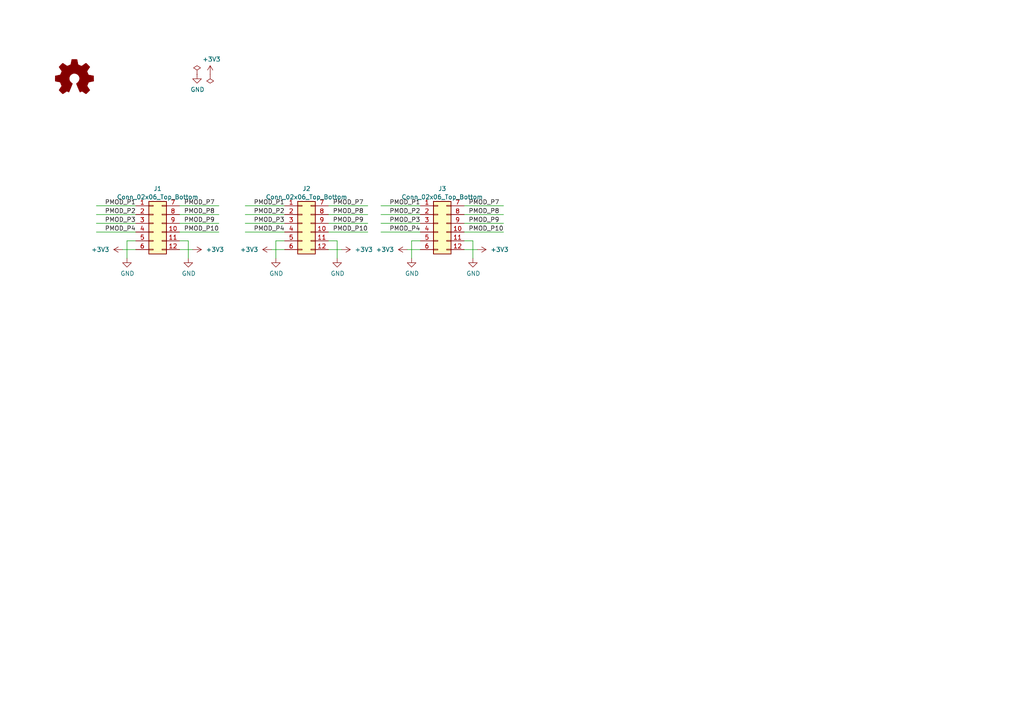
<source format=kicad_sch>
(kicad_sch (version 20230121) (generator eeschema)

  (uuid e63e39d7-6ac0-4ffd-8aa3-1841a4541b55)

  (paper "A4")

  (title_block
    (title "Pmod Matrix LED module")
    (date "2023-03-12")
    (rev "Rev.B")
    (company "Kenta IDA")
  )

  (lib_symbols
    (symbol "Connector_Generic:Conn_02x06_Top_Bottom" (pin_names (offset 1.016) hide) (in_bom yes) (on_board yes)
      (property "Reference" "J" (at 1.27 7.62 0)
        (effects (font (size 1.27 1.27)))
      )
      (property "Value" "Conn_02x06_Top_Bottom" (at 1.27 -10.16 0)
        (effects (font (size 1.27 1.27)))
      )
      (property "Footprint" "" (at 0 0 0)
        (effects (font (size 1.27 1.27)) hide)
      )
      (property "Datasheet" "~" (at 0 0 0)
        (effects (font (size 1.27 1.27)) hide)
      )
      (property "ki_keywords" "connector" (at 0 0 0)
        (effects (font (size 1.27 1.27)) hide)
      )
      (property "ki_description" "Generic connector, double row, 02x06, top/bottom pin numbering scheme (row 1: 1...pins_per_row, row2: pins_per_row+1 ... num_pins), script generated (kicad-library-utils/schlib/autogen/connector/)" (at 0 0 0)
        (effects (font (size 1.27 1.27)) hide)
      )
      (property "ki_fp_filters" "Connector*:*_2x??_*" (at 0 0 0)
        (effects (font (size 1.27 1.27)) hide)
      )
      (symbol "Conn_02x06_Top_Bottom_1_1"
        (rectangle (start -1.27 -7.493) (end 0 -7.747)
          (stroke (width 0.1524) (type default))
          (fill (type none))
        )
        (rectangle (start -1.27 -4.953) (end 0 -5.207)
          (stroke (width 0.1524) (type default))
          (fill (type none))
        )
        (rectangle (start -1.27 -2.413) (end 0 -2.667)
          (stroke (width 0.1524) (type default))
          (fill (type none))
        )
        (rectangle (start -1.27 0.127) (end 0 -0.127)
          (stroke (width 0.1524) (type default))
          (fill (type none))
        )
        (rectangle (start -1.27 2.667) (end 0 2.413)
          (stroke (width 0.1524) (type default))
          (fill (type none))
        )
        (rectangle (start -1.27 5.207) (end 0 4.953)
          (stroke (width 0.1524) (type default))
          (fill (type none))
        )
        (rectangle (start -1.27 6.35) (end 3.81 -8.89)
          (stroke (width 0.254) (type default))
          (fill (type background))
        )
        (rectangle (start 3.81 -7.493) (end 2.54 -7.747)
          (stroke (width 0.1524) (type default))
          (fill (type none))
        )
        (rectangle (start 3.81 -4.953) (end 2.54 -5.207)
          (stroke (width 0.1524) (type default))
          (fill (type none))
        )
        (rectangle (start 3.81 -2.413) (end 2.54 -2.667)
          (stroke (width 0.1524) (type default))
          (fill (type none))
        )
        (rectangle (start 3.81 0.127) (end 2.54 -0.127)
          (stroke (width 0.1524) (type default))
          (fill (type none))
        )
        (rectangle (start 3.81 2.667) (end 2.54 2.413)
          (stroke (width 0.1524) (type default))
          (fill (type none))
        )
        (rectangle (start 3.81 5.207) (end 2.54 4.953)
          (stroke (width 0.1524) (type default))
          (fill (type none))
        )
        (pin passive line (at -5.08 5.08 0) (length 3.81)
          (name "Pin_1" (effects (font (size 1.27 1.27))))
          (number "1" (effects (font (size 1.27 1.27))))
        )
        (pin passive line (at 7.62 -2.54 180) (length 3.81)
          (name "Pin_10" (effects (font (size 1.27 1.27))))
          (number "10" (effects (font (size 1.27 1.27))))
        )
        (pin passive line (at 7.62 -5.08 180) (length 3.81)
          (name "Pin_11" (effects (font (size 1.27 1.27))))
          (number "11" (effects (font (size 1.27 1.27))))
        )
        (pin passive line (at 7.62 -7.62 180) (length 3.81)
          (name "Pin_12" (effects (font (size 1.27 1.27))))
          (number "12" (effects (font (size 1.27 1.27))))
        )
        (pin passive line (at -5.08 2.54 0) (length 3.81)
          (name "Pin_2" (effects (font (size 1.27 1.27))))
          (number "2" (effects (font (size 1.27 1.27))))
        )
        (pin passive line (at -5.08 0 0) (length 3.81)
          (name "Pin_3" (effects (font (size 1.27 1.27))))
          (number "3" (effects (font (size 1.27 1.27))))
        )
        (pin passive line (at -5.08 -2.54 0) (length 3.81)
          (name "Pin_4" (effects (font (size 1.27 1.27))))
          (number "4" (effects (font (size 1.27 1.27))))
        )
        (pin passive line (at -5.08 -5.08 0) (length 3.81)
          (name "Pin_5" (effects (font (size 1.27 1.27))))
          (number "5" (effects (font (size 1.27 1.27))))
        )
        (pin passive line (at -5.08 -7.62 0) (length 3.81)
          (name "Pin_6" (effects (font (size 1.27 1.27))))
          (number "6" (effects (font (size 1.27 1.27))))
        )
        (pin passive line (at 7.62 5.08 180) (length 3.81)
          (name "Pin_7" (effects (font (size 1.27 1.27))))
          (number "7" (effects (font (size 1.27 1.27))))
        )
        (pin passive line (at 7.62 2.54 180) (length 3.81)
          (name "Pin_8" (effects (font (size 1.27 1.27))))
          (number "8" (effects (font (size 1.27 1.27))))
        )
        (pin passive line (at 7.62 0 180) (length 3.81)
          (name "Pin_9" (effects (font (size 1.27 1.27))))
          (number "9" (effects (font (size 1.27 1.27))))
        )
      )
    )
    (symbol "Graphic:Logo_Open_Hardware_Small" (pin_names (offset 1.016)) (in_bom yes) (on_board yes)
      (property "Reference" "#LOGO" (at 0 6.985 0)
        (effects (font (size 1.27 1.27)) hide)
      )
      (property "Value" "Logo_Open_Hardware_Small" (at 0 -5.715 0)
        (effects (font (size 1.27 1.27)) hide)
      )
      (property "Footprint" "" (at 0 0 0)
        (effects (font (size 1.27 1.27)) hide)
      )
      (property "Datasheet" "~" (at 0 0 0)
        (effects (font (size 1.27 1.27)) hide)
      )
      (property "ki_keywords" "Logo" (at 0 0 0)
        (effects (font (size 1.27 1.27)) hide)
      )
      (property "ki_description" "Open Hardware logo, small" (at 0 0 0)
        (effects (font (size 1.27 1.27)) hide)
      )
      (symbol "Logo_Open_Hardware_Small_0_1"
        (polyline
          (pts
            (xy 3.3528 -4.3434)
            (xy 3.302 -4.318)
            (xy 3.175 -4.2418)
            (xy 2.9972 -4.1148)
            (xy 2.7686 -3.9624)
            (xy 2.54 -3.81)
            (xy 2.3622 -3.7084)
            (xy 2.2352 -3.6068)
            (xy 2.1844 -3.5814)
            (xy 2.159 -3.6068)
            (xy 2.0574 -3.6576)
            (xy 1.905 -3.7338)
            (xy 1.8034 -3.7846)
            (xy 1.6764 -3.8354)
            (xy 1.6002 -3.8354)
            (xy 1.6002 -3.8354)
            (xy 1.5494 -3.7338)
            (xy 1.4732 -3.5306)
            (xy 1.3462 -3.302)
            (xy 1.2446 -3.0226)
            (xy 1.1176 -2.7178)
            (xy 0.9652 -2.413)
            (xy 0.8636 -2.1082)
            (xy 0.7366 -1.8288)
            (xy 0.6604 -1.6256)
            (xy 0.6096 -1.4732)
            (xy 0.5842 -1.397)
            (xy 0.5842 -1.397)
            (xy 0.6604 -1.3208)
            (xy 0.7874 -1.2446)
            (xy 1.0414 -1.016)
            (xy 1.2954 -0.6858)
            (xy 1.4478 -0.3302)
            (xy 1.524 0.0762)
            (xy 1.4732 0.4572)
            (xy 1.3208 0.8128)
            (xy 1.0668 1.143)
            (xy 0.762 1.3716)
            (xy 0.4064 1.524)
            (xy 0 1.5748)
            (xy -0.381 1.5494)
            (xy -0.7366 1.397)
            (xy -1.0668 1.143)
            (xy -1.2192 0.9906)
            (xy -1.397 0.6604)
            (xy -1.524 0.3048)
            (xy -1.524 0.2286)
            (xy -1.4986 -0.1778)
            (xy -1.397 -0.5334)
            (xy -1.1938 -0.8636)
            (xy -0.9144 -1.143)
            (xy -0.8636 -1.1684)
            (xy -0.7366 -1.27)
            (xy -0.635 -1.3462)
            (xy -0.5842 -1.397)
            (xy -1.0668 -2.5908)
            (xy -1.143 -2.794)
            (xy -1.2954 -3.1242)
            (xy -1.397 -3.4036)
            (xy -1.4986 -3.6322)
            (xy -1.5748 -3.7846)
            (xy -1.6002 -3.8354)
            (xy -1.6002 -3.8354)
            (xy -1.651 -3.8354)
            (xy -1.7272 -3.81)
            (xy -1.905 -3.7338)
            (xy -2.0066 -3.683)
            (xy -2.1336 -3.6068)
            (xy -2.2098 -3.5814)
            (xy -2.2606 -3.6068)
            (xy -2.3622 -3.683)
            (xy -2.54 -3.81)
            (xy -2.7686 -3.9624)
            (xy -2.9718 -4.0894)
            (xy -3.1496 -4.2164)
            (xy -3.302 -4.318)
            (xy -3.3528 -4.3434)
            (xy -3.3782 -4.3434)
            (xy -3.429 -4.318)
            (xy -3.5306 -4.2164)
            (xy -3.7084 -4.064)
            (xy -3.937 -3.8354)
            (xy -3.9624 -3.81)
            (xy -4.1656 -3.6068)
            (xy -4.318 -3.4544)
            (xy -4.4196 -3.3274)
            (xy -4.445 -3.2766)
            (xy -4.445 -3.2766)
            (xy -4.4196 -3.2258)
            (xy -4.318 -3.0734)
            (xy -4.2164 -2.8956)
            (xy -4.064 -2.667)
            (xy -3.6576 -2.0828)
            (xy -3.8862 -1.5494)
            (xy -3.937 -1.3716)
            (xy -4.0386 -1.1684)
            (xy -4.0894 -1.0414)
            (xy -4.1148 -0.9652)
            (xy -4.191 -0.9398)
            (xy -4.318 -0.9144)
            (xy -4.5466 -0.8636)
            (xy -4.8006 -0.8128)
            (xy -5.0546 -0.7874)
            (xy -5.2578 -0.7366)
            (xy -5.4356 -0.7112)
            (xy -5.5118 -0.6858)
            (xy -5.5118 -0.6858)
            (xy -5.5372 -0.635)
            (xy -5.5372 -0.5588)
            (xy -5.5372 -0.4318)
            (xy -5.5626 -0.2286)
            (xy -5.5626 0.0762)
            (xy -5.5626 0.127)
            (xy -5.5372 0.4064)
            (xy -5.5372 0.635)
            (xy -5.5372 0.762)
            (xy -5.5372 0.8382)
            (xy -5.5372 0.8382)
            (xy -5.461 0.8382)
            (xy -5.3086 0.889)
            (xy -5.08 0.9144)
            (xy -4.826 0.9652)
            (xy -4.8006 0.9906)
            (xy -4.5466 1.0414)
            (xy -4.318 1.0668)
            (xy -4.1656 1.1176)
            (xy -4.0894 1.143)
            (xy -4.0894 1.143)
            (xy -4.0386 1.2446)
            (xy -3.9624 1.4224)
            (xy -3.8608 1.6256)
            (xy -3.7846 1.8288)
            (xy -3.7084 2.0066)
            (xy -3.6576 2.159)
            (xy -3.6322 2.2098)
            (xy -3.6322 2.2098)
            (xy -3.683 2.286)
            (xy -3.7592 2.413)
            (xy -3.8862 2.5908)
            (xy -4.064 2.8194)
            (xy -4.064 2.8448)
            (xy -4.2164 3.0734)
            (xy -4.3434 3.2512)
            (xy -4.4196 3.3782)
            (xy -4.445 3.4544)
            (xy -4.445 3.4544)
            (xy -4.3942 3.5052)
            (xy -4.2926 3.6322)
            (xy -4.1148 3.81)
            (xy -3.937 4.0132)
            (xy -3.8608 4.064)
            (xy -3.6576 4.2926)
            (xy -3.5052 4.4196)
            (xy -3.4036 4.4958)
            (xy -3.3528 4.5212)
            (xy -3.3528 4.5212)
            (xy -3.302 4.4704)
            (xy -3.1496 4.3688)
            (xy -2.9718 4.2418)
            (xy -2.7432 4.0894)
            (xy -2.7178 4.0894)
            (xy -2.4892 3.937)
            (xy -2.3114 3.81)
            (xy -2.1844 3.7084)
            (xy -2.1336 3.683)
            (xy -2.1082 3.683)
            (xy -2.032 3.7084)
            (xy -1.8542 3.7592)
            (xy -1.6764 3.8354)
            (xy -1.4732 3.937)
            (xy -1.27 4.0132)
            (xy -1.143 4.064)
            (xy -1.0668 4.1148)
            (xy -1.0668 4.1148)
            (xy -1.0414 4.191)
            (xy -1.016 4.3434)
            (xy -0.9652 4.572)
            (xy -0.9144 4.8514)
            (xy -0.889 4.9022)
            (xy -0.8382 5.1562)
            (xy -0.8128 5.3848)
            (xy -0.7874 5.5372)
            (xy -0.762 5.588)
            (xy -0.7112 5.6134)
            (xy -0.5842 5.6134)
            (xy -0.4064 5.6134)
            (xy -0.1524 5.6134)
            (xy 0.0762 5.6134)
            (xy 0.3302 5.6134)
            (xy 0.5334 5.6134)
            (xy 0.6858 5.588)
            (xy 0.7366 5.588)
            (xy 0.7366 5.588)
            (xy 0.762 5.5118)
            (xy 0.8128 5.334)
            (xy 0.8382 5.1054)
            (xy 0.9144 4.826)
            (xy 0.9144 4.7752)
            (xy 0.9652 4.5212)
            (xy 1.016 4.2926)
            (xy 1.0414 4.1402)
            (xy 1.0668 4.0894)
            (xy 1.0668 4.0894)
            (xy 1.1938 4.0386)
            (xy 1.3716 3.9624)
            (xy 1.5748 3.8608)
            (xy 2.0828 3.6576)
            (xy 2.7178 4.0894)
            (xy 2.7686 4.1402)
            (xy 2.9972 4.2926)
            (xy 3.175 4.4196)
            (xy 3.302 4.4958)
            (xy 3.3782 4.5212)
            (xy 3.3782 4.5212)
            (xy 3.429 4.4704)
            (xy 3.556 4.3434)
            (xy 3.7338 4.191)
            (xy 3.9116 3.9878)
            (xy 4.064 3.8354)
            (xy 4.2418 3.6576)
            (xy 4.3434 3.556)
            (xy 4.4196 3.4798)
            (xy 4.4196 3.429)
            (xy 4.4196 3.4036)
            (xy 4.3942 3.3274)
            (xy 4.2926 3.2004)
            (xy 4.1656 2.9972)
            (xy 4.0132 2.794)
            (xy 3.8862 2.5908)
            (xy 3.7592 2.3876)
            (xy 3.6576 2.2352)
            (xy 3.6322 2.159)
            (xy 3.6322 2.1336)
            (xy 3.683 2.0066)
            (xy 3.7592 1.8288)
            (xy 3.8608 1.6002)
            (xy 4.064 1.1176)
            (xy 4.3942 1.0414)
            (xy 4.5974 1.016)
            (xy 4.8768 0.9652)
            (xy 5.1308 0.9144)
            (xy 5.5372 0.8382)
            (xy 5.5626 -0.6604)
            (xy 5.4864 -0.6858)
            (xy 5.4356 -0.6858)
            (xy 5.2832 -0.7366)
            (xy 5.0546 -0.762)
            (xy 4.8006 -0.8128)
            (xy 4.5974 -0.8636)
            (xy 4.3688 -0.9144)
            (xy 4.2164 -0.9398)
            (xy 4.1402 -0.9398)
            (xy 4.1148 -0.9652)
            (xy 4.064 -1.0668)
            (xy 3.9878 -1.2446)
            (xy 3.9116 -1.4478)
            (xy 3.81 -1.651)
            (xy 3.7338 -1.8542)
            (xy 3.683 -2.0066)
            (xy 3.6576 -2.0828)
            (xy 3.683 -2.1336)
            (xy 3.7846 -2.2606)
            (xy 3.8862 -2.4638)
            (xy 4.0386 -2.667)
            (xy 4.191 -2.8956)
            (xy 4.318 -3.0734)
            (xy 4.3942 -3.2004)
            (xy 4.445 -3.2766)
            (xy 4.4196 -3.3274)
            (xy 4.3434 -3.429)
            (xy 4.1656 -3.5814)
            (xy 3.937 -3.8354)
            (xy 3.8862 -3.8608)
            (xy 3.683 -4.064)
            (xy 3.5306 -4.2164)
            (xy 3.4036 -4.318)
            (xy 3.3528 -4.3434)
          )
          (stroke (width 0) (type default))
          (fill (type outline))
        )
      )
    )
    (symbol "power:+3V3" (power) (pin_names (offset 0)) (in_bom yes) (on_board yes)
      (property "Reference" "#PWR" (at 0 -3.81 0)
        (effects (font (size 1.27 1.27)) hide)
      )
      (property "Value" "+3V3" (at 0 3.556 0)
        (effects (font (size 1.27 1.27)))
      )
      (property "Footprint" "" (at 0 0 0)
        (effects (font (size 1.27 1.27)) hide)
      )
      (property "Datasheet" "" (at 0 0 0)
        (effects (font (size 1.27 1.27)) hide)
      )
      (property "ki_keywords" "power-flag" (at 0 0 0)
        (effects (font (size 1.27 1.27)) hide)
      )
      (property "ki_description" "Power symbol creates a global label with name \"+3V3\"" (at 0 0 0)
        (effects (font (size 1.27 1.27)) hide)
      )
      (symbol "+3V3_0_1"
        (polyline
          (pts
            (xy -0.762 1.27)
            (xy 0 2.54)
          )
          (stroke (width 0) (type default))
          (fill (type none))
        )
        (polyline
          (pts
            (xy 0 0)
            (xy 0 2.54)
          )
          (stroke (width 0) (type default))
          (fill (type none))
        )
        (polyline
          (pts
            (xy 0 2.54)
            (xy 0.762 1.27)
          )
          (stroke (width 0) (type default))
          (fill (type none))
        )
      )
      (symbol "+3V3_1_1"
        (pin power_in line (at 0 0 90) (length 0) hide
          (name "+3V3" (effects (font (size 1.27 1.27))))
          (number "1" (effects (font (size 1.27 1.27))))
        )
      )
    )
    (symbol "power:GND" (power) (pin_names (offset 0)) (in_bom yes) (on_board yes)
      (property "Reference" "#PWR" (at 0 -6.35 0)
        (effects (font (size 1.27 1.27)) hide)
      )
      (property "Value" "GND" (at 0 -3.81 0)
        (effects (font (size 1.27 1.27)))
      )
      (property "Footprint" "" (at 0 0 0)
        (effects (font (size 1.27 1.27)) hide)
      )
      (property "Datasheet" "" (at 0 0 0)
        (effects (font (size 1.27 1.27)) hide)
      )
      (property "ki_keywords" "power-flag" (at 0 0 0)
        (effects (font (size 1.27 1.27)) hide)
      )
      (property "ki_description" "Power symbol creates a global label with name \"GND\" , ground" (at 0 0 0)
        (effects (font (size 1.27 1.27)) hide)
      )
      (symbol "GND_0_1"
        (polyline
          (pts
            (xy 0 0)
            (xy 0 -1.27)
            (xy 1.27 -1.27)
            (xy 0 -2.54)
            (xy -1.27 -1.27)
            (xy 0 -1.27)
          )
          (stroke (width 0) (type default))
          (fill (type none))
        )
      )
      (symbol "GND_1_1"
        (pin power_in line (at 0 0 270) (length 0) hide
          (name "GND" (effects (font (size 1.27 1.27))))
          (number "1" (effects (font (size 1.27 1.27))))
        )
      )
    )
    (symbol "power:PWR_FLAG" (power) (pin_numbers hide) (pin_names (offset 0) hide) (in_bom yes) (on_board yes)
      (property "Reference" "#FLG" (at 0 1.905 0)
        (effects (font (size 1.27 1.27)) hide)
      )
      (property "Value" "PWR_FLAG" (at 0 3.81 0)
        (effects (font (size 1.27 1.27)))
      )
      (property "Footprint" "" (at 0 0 0)
        (effects (font (size 1.27 1.27)) hide)
      )
      (property "Datasheet" "~" (at 0 0 0)
        (effects (font (size 1.27 1.27)) hide)
      )
      (property "ki_keywords" "power-flag" (at 0 0 0)
        (effects (font (size 1.27 1.27)) hide)
      )
      (property "ki_description" "Special symbol for telling ERC where power comes from" (at 0 0 0)
        (effects (font (size 1.27 1.27)) hide)
      )
      (symbol "PWR_FLAG_0_0"
        (pin power_out line (at 0 0 90) (length 0)
          (name "pwr" (effects (font (size 1.27 1.27))))
          (number "1" (effects (font (size 1.27 1.27))))
        )
      )
      (symbol "PWR_FLAG_0_1"
        (polyline
          (pts
            (xy 0 0)
            (xy 0 1.27)
            (xy -1.016 1.905)
            (xy 0 2.54)
            (xy 1.016 1.905)
            (xy 0 1.27)
          )
          (stroke (width 0) (type default))
          (fill (type none))
        )
      )
    )
  )



  (wire (pts (xy 52.07 72.39) (xy 55.88 72.39))
    (stroke (width 0) (type default))
    (uuid 02913d7e-917e-4e50-be77-fbbc59f63e4b)
  )
  (wire (pts (xy 54.61 74.93) (xy 54.61 69.85))
    (stroke (width 0) (type default))
    (uuid 0409d596-3e11-4e17-bf94-0ad6d11cf33f)
  )
  (wire (pts (xy 35.56 72.39) (xy 39.37 72.39))
    (stroke (width 0) (type default))
    (uuid 09b9ec06-9c48-45cc-971a-a5cf7e9c4e01)
  )
  (wire (pts (xy 39.37 69.85) (xy 36.83 69.85))
    (stroke (width 0) (type default))
    (uuid 09f28111-562f-4a25-8f68-4ee854a84d73)
  )
  (wire (pts (xy 95.25 72.39) (xy 99.06 72.39))
    (stroke (width 0) (type default))
    (uuid 15091331-b5e3-4645-934b-500c1d21643d)
  )
  (wire (pts (xy 95.25 64.77) (xy 106.68 64.77))
    (stroke (width 0) (type default))
    (uuid 15b17f8c-d109-40be-a89e-924197401f27)
  )
  (wire (pts (xy 71.12 62.23) (xy 82.55 62.23))
    (stroke (width 0) (type default))
    (uuid 20d8f8a2-b02d-4e82-8f8a-5249f8f239f4)
  )
  (wire (pts (xy 110.49 59.69) (xy 121.92 59.69))
    (stroke (width 0) (type default))
    (uuid 22fb1628-c468-4d1b-bd90-caf641e88cdf)
  )
  (wire (pts (xy 110.49 67.31) (xy 121.92 67.31))
    (stroke (width 0) (type default))
    (uuid 240a8da8-0a4b-4e2d-a9e5-b29877a6ae2c)
  )
  (wire (pts (xy 110.49 62.23) (xy 121.92 62.23))
    (stroke (width 0) (type default))
    (uuid 27bc7122-fc22-43fd-b6e7-50bfbd4f972d)
  )
  (wire (pts (xy 27.94 64.77) (xy 39.37 64.77))
    (stroke (width 0) (type default))
    (uuid 30d119eb-7b9d-4143-870e-38cb91d258e8)
  )
  (wire (pts (xy 52.07 62.23) (xy 63.5 62.23))
    (stroke (width 0) (type default))
    (uuid 30e67d25-7e43-4728-b696-4fa786bd7554)
  )
  (wire (pts (xy 134.62 62.23) (xy 146.05 62.23))
    (stroke (width 0) (type default))
    (uuid 31e33386-961f-40ad-bd6f-cb21dd544d4c)
  )
  (wire (pts (xy 78.74 72.39) (xy 82.55 72.39))
    (stroke (width 0) (type default))
    (uuid 335fd13d-53c5-4b75-8fb7-62ee28577b0b)
  )
  (wire (pts (xy 52.07 59.69) (xy 63.5 59.69))
    (stroke (width 0) (type default))
    (uuid 3abb3f0a-cb8c-4513-8203-889299c787e0)
  )
  (wire (pts (xy 36.83 69.85) (xy 36.83 74.93))
    (stroke (width 0) (type default))
    (uuid 3e9e4983-8e90-4ecb-9cb6-18aaef3c10ef)
  )
  (wire (pts (xy 134.62 64.77) (xy 146.05 64.77))
    (stroke (width 0) (type default))
    (uuid 422b5b20-42e8-4a38-be03-8fe32cac0d8c)
  )
  (wire (pts (xy 134.62 72.39) (xy 138.43 72.39))
    (stroke (width 0) (type default))
    (uuid 49dedfaf-7a00-4729-80ac-d650b16805c9)
  )
  (wire (pts (xy 110.49 64.77) (xy 121.92 64.77))
    (stroke (width 0) (type default))
    (uuid 5bec2b9d-bdad-475b-831e-b02942819f61)
  )
  (wire (pts (xy 52.07 64.77) (xy 63.5 64.77))
    (stroke (width 0) (type default))
    (uuid 5f1f15f3-d59f-4a40-8fe3-a860278a85d7)
  )
  (wire (pts (xy 82.55 69.85) (xy 80.01 69.85))
    (stroke (width 0) (type default))
    (uuid 6705a62e-f8f7-48c8-975f-b79cad6bf54b)
  )
  (wire (pts (xy 71.12 64.77) (xy 82.55 64.77))
    (stroke (width 0) (type default))
    (uuid 6aae5784-35da-4056-a0af-083f39d89e7e)
  )
  (wire (pts (xy 71.12 67.31) (xy 82.55 67.31))
    (stroke (width 0) (type default))
    (uuid 6bbb6901-345f-43b5-bc35-9d2585710ade)
  )
  (wire (pts (xy 97.79 69.85) (xy 95.25 69.85))
    (stroke (width 0) (type default))
    (uuid 828cfa70-65d8-4902-98de-c434805c066d)
  )
  (wire (pts (xy 97.79 74.93) (xy 97.79 69.85))
    (stroke (width 0) (type default))
    (uuid 85d1a962-4f6b-42cd-96b9-a14507380dc3)
  )
  (wire (pts (xy 137.16 69.85) (xy 134.62 69.85))
    (stroke (width 0) (type default))
    (uuid 95c6fd0c-3c1f-40f7-9b9a-9a0d0bb1355c)
  )
  (wire (pts (xy 52.07 67.31) (xy 63.5 67.31))
    (stroke (width 0) (type default))
    (uuid a3be80e6-7769-4e28-9e61-f060b5a10177)
  )
  (wire (pts (xy 134.62 59.69) (xy 146.05 59.69))
    (stroke (width 0) (type default))
    (uuid ad4bb23a-88f8-4a67-9fe8-a784403ddb0f)
  )
  (wire (pts (xy 27.94 67.31) (xy 39.37 67.31))
    (stroke (width 0) (type default))
    (uuid b37e206c-e75d-49c0-8e0f-294ee3856e95)
  )
  (wire (pts (xy 27.94 59.69) (xy 39.37 59.69))
    (stroke (width 0) (type default))
    (uuid b7727ee1-5b75-4526-9d83-b3ba0fc67e53)
  )
  (wire (pts (xy 71.12 59.69) (xy 82.55 59.69))
    (stroke (width 0) (type default))
    (uuid c8b7c35d-d855-4c9f-b1b0-465802c08af2)
  )
  (wire (pts (xy 118.11 72.39) (xy 121.92 72.39))
    (stroke (width 0) (type default))
    (uuid cfc25b16-e5a0-45b7-9105-8daf0ed2b6d2)
  )
  (wire (pts (xy 80.01 69.85) (xy 80.01 74.93))
    (stroke (width 0) (type default))
    (uuid dfa83844-25cd-4aa9-93ae-deade531f914)
  )
  (wire (pts (xy 119.38 69.85) (xy 119.38 74.93))
    (stroke (width 0) (type default))
    (uuid e0b887b1-583f-4977-a1ba-90bf58587cd7)
  )
  (wire (pts (xy 95.25 67.31) (xy 106.68 67.31))
    (stroke (width 0) (type default))
    (uuid e104225c-fab0-4fd3-9cb1-1e8a919ab856)
  )
  (wire (pts (xy 134.62 67.31) (xy 146.05 67.31))
    (stroke (width 0) (type default))
    (uuid e16f2bdd-97bc-4b38-9297-74fc1140df83)
  )
  (wire (pts (xy 95.25 59.69) (xy 106.68 59.69))
    (stroke (width 0) (type default))
    (uuid e8f7eaea-49a8-4520-878a-d767331045ac)
  )
  (wire (pts (xy 121.92 69.85) (xy 119.38 69.85))
    (stroke (width 0) (type default))
    (uuid ee07afb2-20fd-44bf-88c2-88c85c65b7ac)
  )
  (wire (pts (xy 54.61 69.85) (xy 52.07 69.85))
    (stroke (width 0) (type default))
    (uuid ee2b9d25-1f66-4964-9319-777d656765ba)
  )
  (wire (pts (xy 95.25 62.23) (xy 106.68 62.23))
    (stroke (width 0) (type default))
    (uuid f4ae711b-dee7-48d2-82e4-58c1daad1602)
  )
  (wire (pts (xy 27.94 62.23) (xy 39.37 62.23))
    (stroke (width 0) (type default))
    (uuid fb345ed2-205d-473a-9b12-9bbe32407113)
  )
  (wire (pts (xy 137.16 74.93) (xy 137.16 69.85))
    (stroke (width 0) (type default))
    (uuid fbc3d501-6199-4ae2-9adb-92d0c44988bb)
  )

  (label "PMOD_P3" (at 82.55 64.77 180) (fields_autoplaced)
    (effects (font (size 1.27 1.27)) (justify right bottom))
    (uuid 0b25febf-ffad-48e1-9e08-590a39f8a2fc)
  )
  (label "PMOD_P10" (at 96.52 67.31 0) (fields_autoplaced)
    (effects (font (size 1.27 1.27)) (justify left bottom))
    (uuid 0f07fcbf-7993-46ea-b1ce-350ab4773652)
  )
  (label "PMOD_P1" (at 39.37 59.69 180) (fields_autoplaced)
    (effects (font (size 1.27 1.27)) (justify right bottom))
    (uuid 0fb4bb47-d1ce-4091-a2f4-f6c1f2eb3f24)
  )
  (label "PMOD_P7" (at 53.34 59.69 0) (fields_autoplaced)
    (effects (font (size 1.27 1.27)) (justify left bottom))
    (uuid 1834813c-f71f-45c8-aa6f-2297fc4a5684)
  )
  (label "PMOD_P4" (at 39.37 67.31 180) (fields_autoplaced)
    (effects (font (size 1.27 1.27)) (justify right bottom))
    (uuid 1f62dfb7-1f5c-4fe6-8174-a3fe0c7dc95d)
  )
  (label "PMOD_P3" (at 121.92 64.77 180) (fields_autoplaced)
    (effects (font (size 1.27 1.27)) (justify right bottom))
    (uuid 3a7fa970-f939-4af8-aa35-d4630eaf8d08)
  )
  (label "PMOD_P9" (at 53.34 64.77 0) (fields_autoplaced)
    (effects (font (size 1.27 1.27)) (justify left bottom))
    (uuid 3aabefd4-bc4b-4522-a2c6-3028cf6c173d)
  )
  (label "PMOD_P9" (at 96.52 64.77 0) (fields_autoplaced)
    (effects (font (size 1.27 1.27)) (justify left bottom))
    (uuid 3ad76022-7d2c-456c-b2ae-dd9e3ae68e2b)
  )
  (label "PMOD_P2" (at 121.92 62.23 180) (fields_autoplaced)
    (effects (font (size 1.27 1.27)) (justify right bottom))
    (uuid 4145b1ec-0faa-4e94-8377-026ba3d6edca)
  )
  (label "PMOD_P1" (at 121.92 59.69 180) (fields_autoplaced)
    (effects (font (size 1.27 1.27)) (justify right bottom))
    (uuid 513696e0-9210-4abc-a79f-025bd1c683cf)
  )
  (label "PMOD_P10" (at 135.89 67.31 0) (fields_autoplaced)
    (effects (font (size 1.27 1.27)) (justify left bottom))
    (uuid 6721b720-5e45-4b92-bb78-e1fa664bb57d)
  )
  (label "PMOD_P2" (at 39.37 62.23 180) (fields_autoplaced)
    (effects (font (size 1.27 1.27)) (justify right bottom))
    (uuid 6f890a1c-d4fb-4db7-b571-4e98c9ba8002)
  )
  (label "PMOD_P9" (at 135.89 64.77 0) (fields_autoplaced)
    (effects (font (size 1.27 1.27)) (justify left bottom))
    (uuid 75f65375-5252-4351-a756-7f989eab6ac3)
  )
  (label "PMOD_P3" (at 39.37 64.77 180) (fields_autoplaced)
    (effects (font (size 1.27 1.27)) (justify right bottom))
    (uuid 8a5978e7-e0ed-4bc3-8dcb-8a2702fd2a6a)
  )
  (label "PMOD_P4" (at 121.92 67.31 180) (fields_autoplaced)
    (effects (font (size 1.27 1.27)) (justify right bottom))
    (uuid a1c8a76d-1995-4210-b18b-fb5dc0064712)
  )
  (label "PMOD_P7" (at 96.52 59.69 0) (fields_autoplaced)
    (effects (font (size 1.27 1.27)) (justify left bottom))
    (uuid a3a3130c-1c5c-4403-9ab1-91ce005f656c)
  )
  (label "PMOD_P8" (at 135.89 62.23 0) (fields_autoplaced)
    (effects (font (size 1.27 1.27)) (justify left bottom))
    (uuid b9d3a681-ec94-4393-8c25-b727013b1a4b)
  )
  (label "PMOD_P1" (at 82.55 59.69 180) (fields_autoplaced)
    (effects (font (size 1.27 1.27)) (justify right bottom))
    (uuid bc34b51f-903a-45ae-8a55-d7342454b7fb)
  )
  (label "PMOD_P8" (at 96.52 62.23 0) (fields_autoplaced)
    (effects (font (size 1.27 1.27)) (justify left bottom))
    (uuid bc96b726-682e-4b65-84e7-c48cf211454d)
  )
  (label "PMOD_P10" (at 53.34 67.31 0) (fields_autoplaced)
    (effects (font (size 1.27 1.27)) (justify left bottom))
    (uuid bec68437-10bd-4d45-b59d-13df6709c2a6)
  )
  (label "PMOD_P8" (at 53.34 62.23 0) (fields_autoplaced)
    (effects (font (size 1.27 1.27)) (justify left bottom))
    (uuid cfaac833-135d-4158-98e1-0ee171adc7d6)
  )
  (label "PMOD_P7" (at 135.89 59.69 0) (fields_autoplaced)
    (effects (font (size 1.27 1.27)) (justify left bottom))
    (uuid d551f974-fead-4257-8202-f1e4d3e6e75d)
  )
  (label "PMOD_P2" (at 82.55 62.23 180) (fields_autoplaced)
    (effects (font (size 1.27 1.27)) (justify right bottom))
    (uuid deab4c07-acd0-46fe-9132-b9b2cfbdcf1a)
  )
  (label "PMOD_P4" (at 82.55 67.31 180) (fields_autoplaced)
    (effects (font (size 1.27 1.27)) (justify right bottom))
    (uuid eb84f120-bec2-42f8-abb5-d18a90f4d805)
  )

  (symbol (lib_id "power:PWR_FLAG") (at 57.15 21.59 0) (unit 1)
    (in_bom yes) (on_board yes) (dnp no)
    (uuid 00000000-0000-0000-0000-00005bd6d312)
    (property "Reference" "#FLG01" (at 57.15 19.685 0)
      (effects (font (size 1.27 1.27)) hide)
    )
    (property "Value" "PWR_FLAG" (at 57.15 17.1704 0)
      (effects (font (size 1.27 1.27)) hide)
    )
    (property "Footprint" "" (at 57.15 21.59 0)
      (effects (font (size 1.27 1.27)) hide)
    )
    (property "Datasheet" "~" (at 57.15 21.59 0)
      (effects (font (size 1.27 1.27)) hide)
    )
    (pin "1" (uuid ca8f82f2-88a8-426c-8f24-a25219306dd1))
    (instances
      (project "Pmod_Debug"
        (path "/e63e39d7-6ac0-4ffd-8aa3-1841a4541b55"
          (reference "#FLG01") (unit 1)
        )
      )
    )
  )

  (symbol (lib_id "power:GND") (at 57.15 21.59 0) (unit 1)
    (in_bom yes) (on_board yes) (dnp no)
    (uuid 00000000-0000-0000-0000-00005bd6d399)
    (property "Reference" "#PWR02" (at 57.15 27.94 0)
      (effects (font (size 1.27 1.27)) hide)
    )
    (property "Value" "GND" (at 57.277 25.9842 0)
      (effects (font (size 1.27 1.27)))
    )
    (property "Footprint" "" (at 57.15 21.59 0)
      (effects (font (size 1.27 1.27)) hide)
    )
    (property "Datasheet" "" (at 57.15 21.59 0)
      (effects (font (size 1.27 1.27)) hide)
    )
    (pin "1" (uuid ca4119e7-0ccd-4468-af69-690a2633ead6))
    (instances
      (project "Pmod_Debug"
        (path "/e63e39d7-6ac0-4ffd-8aa3-1841a4541b55"
          (reference "#PWR02") (unit 1)
        )
      )
    )
  )

  (symbol (lib_id "power:+3V3") (at 60.96 21.59 0) (unit 1)
    (in_bom yes) (on_board yes) (dnp no)
    (uuid 00000000-0000-0000-0000-00005ed7287d)
    (property "Reference" "#PWR03" (at 60.96 25.4 0)
      (effects (font (size 1.27 1.27)) hide)
    )
    (property "Value" "+3V3" (at 61.341 17.1958 0)
      (effects (font (size 1.27 1.27)))
    )
    (property "Footprint" "" (at 60.96 21.59 0)
      (effects (font (size 1.27 1.27)) hide)
    )
    (property "Datasheet" "" (at 60.96 21.59 0)
      (effects (font (size 1.27 1.27)) hide)
    )
    (pin "1" (uuid 7fc5bab0-7e23-48c7-8069-9d335e1f094f))
    (instances
      (project "Pmod_Debug"
        (path "/e63e39d7-6ac0-4ffd-8aa3-1841a4541b55"
          (reference "#PWR03") (unit 1)
        )
      )
    )
  )

  (symbol (lib_id "power:PWR_FLAG") (at 60.96 21.59 180) (unit 1)
    (in_bom yes) (on_board yes) (dnp no)
    (uuid 00000000-0000-0000-0000-00005ed729a8)
    (property "Reference" "#FLG02" (at 60.96 23.495 0)
      (effects (font (size 1.27 1.27)) hide)
    )
    (property "Value" "PWR_FLAG" (at 60.96 26.0096 0)
      (effects (font (size 1.27 1.27)) hide)
    )
    (property "Footprint" "" (at 60.96 21.59 0)
      (effects (font (size 1.27 1.27)) hide)
    )
    (property "Datasheet" "~" (at 60.96 21.59 0)
      (effects (font (size 1.27 1.27)) hide)
    )
    (pin "1" (uuid ad58f393-9ae7-4f86-afbb-9666afbf3eb9))
    (instances
      (project "Pmod_Debug"
        (path "/e63e39d7-6ac0-4ffd-8aa3-1841a4541b55"
          (reference "#FLG02") (unit 1)
        )
      )
    )
  )

  (symbol (lib_id "Graphic:Logo_Open_Hardware_Small") (at 21.59 22.86 0) (unit 1)
    (in_bom yes) (on_board yes) (dnp no)
    (uuid 00000000-0000-0000-0000-00005f9633da)
    (property "Reference" "LOGO1" (at 21.59 15.875 0)
      (effects (font (size 1.27 1.27)) hide)
    )
    (property "Value" "Logo_Open_Hardware_Small" (at 21.59 28.575 0)
      (effects (font (size 1.27 1.27)) hide)
    )
    (property "Footprint" "local:logo" (at 21.59 22.86 0)
      (effects (font (size 1.27 1.27)) hide)
    )
    (property "Datasheet" "~" (at 21.59 22.86 0)
      (effects (font (size 1.27 1.27)) hide)
    )
    (instances
      (project "Pmod_Debug"
        (path "/e63e39d7-6ac0-4ffd-8aa3-1841a4541b55"
          (reference "LOGO1") (unit 1)
        )
      )
    )
  )

  (symbol (lib_id "power:GND") (at 80.01 74.93 0) (unit 1)
    (in_bom yes) (on_board yes) (dnp no)
    (uuid 0a1cb5f3-a72c-4773-a599-3d77967ff7d8)
    (property "Reference" "#PWR06" (at 80.01 81.28 0)
      (effects (font (size 1.27 1.27)) hide)
    )
    (property "Value" "GND" (at 80.137 79.3242 0)
      (effects (font (size 1.27 1.27)))
    )
    (property "Footprint" "" (at 80.01 74.93 0)
      (effects (font (size 1.27 1.27)) hide)
    )
    (property "Datasheet" "" (at 80.01 74.93 0)
      (effects (font (size 1.27 1.27)) hide)
    )
    (pin "1" (uuid 3e3dbf7b-b883-4433-b466-6ab0913fa9fb))
    (instances
      (project "Pmod_Debug"
        (path "/e63e39d7-6ac0-4ffd-8aa3-1841a4541b55"
          (reference "#PWR06") (unit 1)
        )
      )
    )
  )

  (symbol (lib_id "power:+3V3") (at 99.06 72.39 270) (unit 1)
    (in_bom yes) (on_board yes) (dnp no)
    (uuid 17ded6c8-f814-4658-9e34-e35b7fa86bd9)
    (property "Reference" "#PWR010" (at 95.25 72.39 0)
      (effects (font (size 1.27 1.27)) hide)
    )
    (property "Value" "+3V3" (at 102.87 72.39 90)
      (effects (font (size 1.27 1.27)) (justify left))
    )
    (property "Footprint" "" (at 99.06 72.39 0)
      (effects (font (size 1.27 1.27)) hide)
    )
    (property "Datasheet" "" (at 99.06 72.39 0)
      (effects (font (size 1.27 1.27)) hide)
    )
    (pin "1" (uuid 103f8e95-b4dd-4452-a115-1a9ef7e6bc19))
    (instances
      (project "Pmod_Debug"
        (path "/e63e39d7-6ac0-4ffd-8aa3-1841a4541b55"
          (reference "#PWR010") (unit 1)
        )
      )
    )
  )

  (symbol (lib_id "power:+3V3") (at 35.56 72.39 90) (unit 1)
    (in_bom yes) (on_board yes) (dnp no)
    (uuid 2c6a01ee-1cc0-4f0a-8e9e-dfbcde667563)
    (property "Reference" "#PWR01" (at 39.37 72.39 0)
      (effects (font (size 1.27 1.27)) hide)
    )
    (property "Value" "+3V3" (at 31.75 72.39 90)
      (effects (font (size 1.27 1.27)) (justify left))
    )
    (property "Footprint" "" (at 35.56 72.39 0)
      (effects (font (size 1.27 1.27)) hide)
    )
    (property "Datasheet" "" (at 35.56 72.39 0)
      (effects (font (size 1.27 1.27)) hide)
    )
    (pin "1" (uuid f143de41-aee9-4bd9-9f75-fcff4ef36a3c))
    (instances
      (project "Pmod_Debug"
        (path "/e63e39d7-6ac0-4ffd-8aa3-1841a4541b55"
          (reference "#PWR01") (unit 1)
        )
      )
    )
  )

  (symbol (lib_id "power:+3V3") (at 118.11 72.39 90) (unit 1)
    (in_bom yes) (on_board yes) (dnp no)
    (uuid 45c74ea1-cf36-4908-93f0-2f68a79d1f16)
    (property "Reference" "#PWR011" (at 121.92 72.39 0)
      (effects (font (size 1.27 1.27)) hide)
    )
    (property "Value" "+3V3" (at 114.3 72.39 90)
      (effects (font (size 1.27 1.27)) (justify left))
    )
    (property "Footprint" "" (at 118.11 72.39 0)
      (effects (font (size 1.27 1.27)) hide)
    )
    (property "Datasheet" "" (at 118.11 72.39 0)
      (effects (font (size 1.27 1.27)) hide)
    )
    (pin "1" (uuid 4836e20c-b635-4e0f-8365-585f062fb2b5))
    (instances
      (project "Pmod_Debug"
        (path "/e63e39d7-6ac0-4ffd-8aa3-1841a4541b55"
          (reference "#PWR011") (unit 1)
        )
      )
    )
  )

  (symbol (lib_id "power:GND") (at 36.83 74.93 0) (unit 1)
    (in_bom yes) (on_board yes) (dnp no)
    (uuid 497062ac-bf45-4c9b-ad89-b1974bbecd1a)
    (property "Reference" "#PWR05" (at 36.83 81.28 0)
      (effects (font (size 1.27 1.27)) hide)
    )
    (property "Value" "GND" (at 36.957 79.3242 0)
      (effects (font (size 1.27 1.27)))
    )
    (property "Footprint" "" (at 36.83 74.93 0)
      (effects (font (size 1.27 1.27)) hide)
    )
    (property "Datasheet" "" (at 36.83 74.93 0)
      (effects (font (size 1.27 1.27)) hide)
    )
    (pin "1" (uuid a8ba7f97-4595-4eac-a179-bb24b7e23876))
    (instances
      (project "Pmod_Debug"
        (path "/e63e39d7-6ac0-4ffd-8aa3-1841a4541b55"
          (reference "#PWR05") (unit 1)
        )
      )
    )
  )

  (symbol (lib_id "power:GND") (at 54.61 74.93 0) (unit 1)
    (in_bom yes) (on_board yes) (dnp no)
    (uuid 57a64999-1bec-4735-b9a8-3f758933cfcd)
    (property "Reference" "#PWR07" (at 54.61 81.28 0)
      (effects (font (size 1.27 1.27)) hide)
    )
    (property "Value" "GND" (at 54.737 79.3242 0)
      (effects (font (size 1.27 1.27)))
    )
    (property "Footprint" "" (at 54.61 74.93 0)
      (effects (font (size 1.27 1.27)) hide)
    )
    (property "Datasheet" "" (at 54.61 74.93 0)
      (effects (font (size 1.27 1.27)) hide)
    )
    (pin "1" (uuid 272702bc-2a72-4c1c-aec3-546d4e02b42c))
    (instances
      (project "Pmod_Debug"
        (path "/e63e39d7-6ac0-4ffd-8aa3-1841a4541b55"
          (reference "#PWR07") (unit 1)
        )
      )
    )
  )

  (symbol (lib_id "power:GND") (at 97.79 74.93 0) (unit 1)
    (in_bom yes) (on_board yes) (dnp no)
    (uuid 59b938f6-645c-4f80-8a57-0d7e5c4feb7e)
    (property "Reference" "#PWR08" (at 97.79 81.28 0)
      (effects (font (size 1.27 1.27)) hide)
    )
    (property "Value" "GND" (at 97.917 79.3242 0)
      (effects (font (size 1.27 1.27)))
    )
    (property "Footprint" "" (at 97.79 74.93 0)
      (effects (font (size 1.27 1.27)) hide)
    )
    (property "Datasheet" "" (at 97.79 74.93 0)
      (effects (font (size 1.27 1.27)) hide)
    )
    (pin "1" (uuid e34d0b94-eb56-4664-b628-fe3659435049))
    (instances
      (project "Pmod_Debug"
        (path "/e63e39d7-6ac0-4ffd-8aa3-1841a4541b55"
          (reference "#PWR08") (unit 1)
        )
      )
    )
  )

  (symbol (lib_id "power:+3V3") (at 78.74 72.39 90) (unit 1)
    (in_bom yes) (on_board yes) (dnp no)
    (uuid 92463ceb-3147-4db1-9e77-1c58f3f63055)
    (property "Reference" "#PWR04" (at 82.55 72.39 0)
      (effects (font (size 1.27 1.27)) hide)
    )
    (property "Value" "+3V3" (at 74.93 72.39 90)
      (effects (font (size 1.27 1.27)) (justify left))
    )
    (property "Footprint" "" (at 78.74 72.39 0)
      (effects (font (size 1.27 1.27)) hide)
    )
    (property "Datasheet" "" (at 78.74 72.39 0)
      (effects (font (size 1.27 1.27)) hide)
    )
    (pin "1" (uuid 2022562a-0ee5-494e-b0c1-9fbada8745f9))
    (instances
      (project "Pmod_Debug"
        (path "/e63e39d7-6ac0-4ffd-8aa3-1841a4541b55"
          (reference "#PWR04") (unit 1)
        )
      )
    )
  )

  (symbol (lib_id "Connector_Generic:Conn_02x06_Top_Bottom") (at 87.63 64.77 0) (unit 1)
    (in_bom yes) (on_board yes) (dnp no)
    (uuid 9d7a3c3e-5a83-46ef-a226-f95c9fb68352)
    (property "Reference" "J2" (at 88.9 54.7202 0)
      (effects (font (size 1.27 1.27)))
    )
    (property "Value" "Conn_02x06_Top_Bottom" (at 88.9 57.15 0)
      (effects (font (size 1.27 1.27)))
    )
    (property "Footprint" "local:Conn_Pmod_Spec_D_Vertical_Thin" (at 87.63 64.77 0)
      (effects (font (size 1.27 1.27)) hide)
    )
    (property "Datasheet" "~" (at 87.63 64.77 0)
      (effects (font (size 1.27 1.27)) hide)
    )
    (pin "1" (uuid 61bbe7d0-10d6-42e6-87a2-5d46f8e241d4))
    (pin "10" (uuid 641b302d-e571-45cd-a272-91686a04c433))
    (pin "11" (uuid af58bb97-a474-4702-a520-22a83d0997d1))
    (pin "12" (uuid 98dcd757-1280-4035-86b5-69cac3f6becf))
    (pin "2" (uuid 24168a8b-38be-42f2-a33b-af1847263074))
    (pin "3" (uuid a5bc2b48-67ea-4144-8da0-9495bb6a69c5))
    (pin "4" (uuid 8788ce4c-ff4f-48e3-9eba-d3fb91681c03))
    (pin "5" (uuid f7eb9ee6-cf32-4ef0-9ca8-dde2210687a7))
    (pin "6" (uuid c1921a82-691a-419e-ab35-4dc600645e5a))
    (pin "7" (uuid 9d739d66-4c8e-4f2d-a875-c55e5bed21e2))
    (pin "8" (uuid 861eafdf-b899-496d-8807-12bbb66adb82))
    (pin "9" (uuid 897012dc-0562-47ff-86a0-75a048e019be))
    (instances
      (project "Pmod_Debug"
        (path "/e63e39d7-6ac0-4ffd-8aa3-1841a4541b55"
          (reference "J2") (unit 1)
        )
      )
    )
  )

  (symbol (lib_id "Connector_Generic:Conn_02x06_Top_Bottom") (at 44.45 64.77 0) (unit 1)
    (in_bom yes) (on_board yes) (dnp no)
    (uuid af25a666-a859-4b3e-85f0-ec12434274b4)
    (property "Reference" "J1" (at 45.72 54.7202 0)
      (effects (font (size 1.27 1.27)))
    )
    (property "Value" "Conn_02x06_Top_Bottom" (at 45.72 57.15 0)
      (effects (font (size 1.27 1.27)))
    )
    (property "Footprint" "local:Conn_Pmod_Spec_B_Thin" (at 44.45 64.77 0)
      (effects (font (size 1.27 1.27)) hide)
    )
    (property "Datasheet" "~" (at 44.45 64.77 0)
      (effects (font (size 1.27 1.27)) hide)
    )
    (pin "1" (uuid 811f1ce2-753e-4954-91f7-e8dc3c54257b))
    (pin "10" (uuid 8f99d6ea-f96b-40e6-9a04-4ab5fd0930b1))
    (pin "11" (uuid 5d5551e1-a33d-4104-8660-158dad8a6a57))
    (pin "12" (uuid 5bd8f6a8-f0cc-46ea-97b8-3533e0465690))
    (pin "2" (uuid eb3448b4-dd84-401f-9dd6-f2fe819b49e2))
    (pin "3" (uuid 361ae140-753c-4ffd-b5d6-dca1a35f40fd))
    (pin "4" (uuid 5c6ed10a-14c5-438c-b7ac-2130a5f620db))
    (pin "5" (uuid c993b6cb-25fb-4c6f-bb59-d48e438da83e))
    (pin "6" (uuid c8d1068b-1c54-4174-95c1-37a03dff9b1b))
    (pin "7" (uuid c49804c5-51c4-45fa-97ab-350536614ade))
    (pin "8" (uuid cb6006cd-c15a-4513-be5a-d8547623a083))
    (pin "9" (uuid 10445ca9-78d8-44a3-880e-46faca1204d4))
    (instances
      (project "Pmod_Debug"
        (path "/e63e39d7-6ac0-4ffd-8aa3-1841a4541b55"
          (reference "J1") (unit 1)
        )
      )
    )
  )

  (symbol (lib_id "power:+3V3") (at 55.88 72.39 270) (unit 1)
    (in_bom yes) (on_board yes) (dnp no)
    (uuid b122387c-f151-4a47-8046-9d29b3a6845d)
    (property "Reference" "#PWR09" (at 52.07 72.39 0)
      (effects (font (size 1.27 1.27)) hide)
    )
    (property "Value" "+3V3" (at 59.69 72.39 90)
      (effects (font (size 1.27 1.27)) (justify left))
    )
    (property "Footprint" "" (at 55.88 72.39 0)
      (effects (font (size 1.27 1.27)) hide)
    )
    (property "Datasheet" "" (at 55.88 72.39 0)
      (effects (font (size 1.27 1.27)) hide)
    )
    (pin "1" (uuid 1f1ecef1-57cc-4344-9210-c00f6cffebc4))
    (instances
      (project "Pmod_Debug"
        (path "/e63e39d7-6ac0-4ffd-8aa3-1841a4541b55"
          (reference "#PWR09") (unit 1)
        )
      )
    )
  )

  (symbol (lib_id "power:+3V3") (at 138.43 72.39 270) (unit 1)
    (in_bom yes) (on_board yes) (dnp no)
    (uuid c0a381e2-80c6-4e70-914b-0771d4d016a8)
    (property "Reference" "#PWR014" (at 134.62 72.39 0)
      (effects (font (size 1.27 1.27)) hide)
    )
    (property "Value" "+3V3" (at 142.24 72.39 90)
      (effects (font (size 1.27 1.27)) (justify left))
    )
    (property "Footprint" "" (at 138.43 72.39 0)
      (effects (font (size 1.27 1.27)) hide)
    )
    (property "Datasheet" "" (at 138.43 72.39 0)
      (effects (font (size 1.27 1.27)) hide)
    )
    (pin "1" (uuid 6ae3bcb0-27ce-4a65-b845-f01aa0a3f0bb))
    (instances
      (project "Pmod_Debug"
        (path "/e63e39d7-6ac0-4ffd-8aa3-1841a4541b55"
          (reference "#PWR014") (unit 1)
        )
      )
    )
  )

  (symbol (lib_id "Connector_Generic:Conn_02x06_Top_Bottom") (at 127 64.77 0) (unit 1)
    (in_bom yes) (on_board yes) (dnp no)
    (uuid c1539e91-d4f1-483c-b790-bf83df38d8da)
    (property "Reference" "J3" (at 128.27 54.7202 0)
      (effects (font (size 1.27 1.27)))
    )
    (property "Value" "Conn_02x06_Top_Bottom" (at 128.27 57.15 0)
      (effects (font (size 1.27 1.27)))
    )
    (property "Footprint" "local:Conn_Pmod_Spec_D_Thin" (at 127 64.77 0)
      (effects (font (size 1.27 1.27)) hide)
    )
    (property "Datasheet" "~" (at 127 64.77 0)
      (effects (font (size 1.27 1.27)) hide)
    )
    (pin "1" (uuid 6a8901b7-3c6c-431b-a7a2-4f9af9e39dcf))
    (pin "10" (uuid 23a788c6-5e20-4889-bb11-e0cd951e876e))
    (pin "11" (uuid fb881646-a26c-4941-b383-3c937a5b5f7e))
    (pin "12" (uuid b1fc6a1f-370e-4965-8f60-60696dff71f1))
    (pin "2" (uuid 484741be-ca01-4632-9288-e55026c15ac6))
    (pin "3" (uuid 305e63da-a336-4777-9302-939905116d7e))
    (pin "4" (uuid f7ce6219-d5e1-41e8-b996-f5128533f685))
    (pin "5" (uuid 64c3ea42-c5d6-4522-b633-88aa43fca098))
    (pin "6" (uuid 7bcdfecc-2929-41cb-8d03-a03eee9100fa))
    (pin "7" (uuid 7b56674c-6773-4fd8-8e4c-356e0cea3d71))
    (pin "8" (uuid 86bc0106-56e7-4214-92a5-1694f985dbd3))
    (pin "9" (uuid 826a70c8-6335-4046-93be-b70c9ec20c6d))
    (instances
      (project "Pmod_Debug"
        (path "/e63e39d7-6ac0-4ffd-8aa3-1841a4541b55"
          (reference "J3") (unit 1)
        )
      )
    )
  )

  (symbol (lib_id "power:GND") (at 119.38 74.93 0) (unit 1)
    (in_bom yes) (on_board yes) (dnp no)
    (uuid dd6eff91-1c7f-421d-99cd-3445a4eb4b46)
    (property "Reference" "#PWR012" (at 119.38 81.28 0)
      (effects (font (size 1.27 1.27)) hide)
    )
    (property "Value" "GND" (at 119.507 79.3242 0)
      (effects (font (size 1.27 1.27)))
    )
    (property "Footprint" "" (at 119.38 74.93 0)
      (effects (font (size 1.27 1.27)) hide)
    )
    (property "Datasheet" "" (at 119.38 74.93 0)
      (effects (font (size 1.27 1.27)) hide)
    )
    (pin "1" (uuid 5bfb9ddb-34c1-488f-8810-68f10ea25eb2))
    (instances
      (project "Pmod_Debug"
        (path "/e63e39d7-6ac0-4ffd-8aa3-1841a4541b55"
          (reference "#PWR012") (unit 1)
        )
      )
    )
  )

  (symbol (lib_id "power:GND") (at 137.16 74.93 0) (unit 1)
    (in_bom yes) (on_board yes) (dnp no)
    (uuid f648b1e9-46ff-4331-a0f6-5ea639149d79)
    (property "Reference" "#PWR013" (at 137.16 81.28 0)
      (effects (font (size 1.27 1.27)) hide)
    )
    (property "Value" "GND" (at 137.287 79.3242 0)
      (effects (font (size 1.27 1.27)))
    )
    (property "Footprint" "" (at 137.16 74.93 0)
      (effects (font (size 1.27 1.27)) hide)
    )
    (property "Datasheet" "" (at 137.16 74.93 0)
      (effects (font (size 1.27 1.27)) hide)
    )
    (pin "1" (uuid 52ecf3d1-ad26-47b5-8e7f-119984d7d7bd))
    (instances
      (project "Pmod_Debug"
        (path "/e63e39d7-6ac0-4ffd-8aa3-1841a4541b55"
          (reference "#PWR013") (unit 1)
        )
      )
    )
  )

  (sheet_instances
    (path "/" (page "1"))
  )
)

</source>
